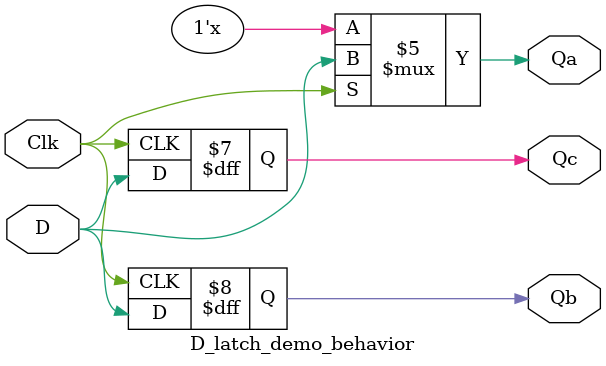
<source format=v>
`timescale 1ns / 1ps

module D_latch_demo_behavior (
    input D,
    input Clk,
    output reg Qa,
    output reg Qb,
    output reg Qc
);
    always @ (*) begin
        if (Clk) 
            Qa = D;
    end
    always @(posedge Clk) begin
        Qb <= D;
    end
    always @(negedge Clk) begin
        Qc <= D;
    end

endmodule
</source>
